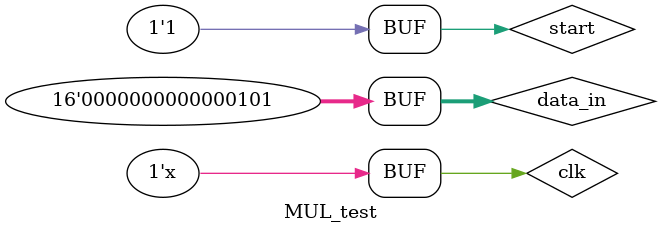
<source format=v>
module MUL_test;
reg [15:0] data_in;
wire [15:0] Y,X;
reg clk, start;
wire done;
mul_datapath DP (Y,X,eqz, LdA, LdB, LdP, clrP, decB, data_in, clk);
controller CON (LdA, LdB, LdP, clrP, decB, done, clk, eqz, start);
initial
begin
clk = 1'b0;
#3 start = 1'b1;
//#500 $finish;
end
always #5 clk = ~clk;
initial
begin
#17;
 data_in = 10;
 #10;
 data_in = 5;
end
initial
begin
$monitor ($time, " %d %d %d %b", DP.Y,DP.X,DP.Z, done);
end
endmodule

</source>
